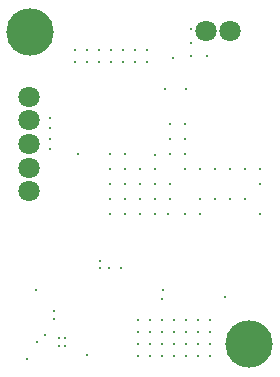
<source format=gbs>
G04 Layer_Color=16711935*
%FSAX25Y25*%
%MOIN*%
G70*
G01*
G75*
%ADD50C,0.07100*%
%ADD51C,0.15800*%
%ADD52C,0.01200*%
D50*
X0396626Y0370500D02*
D03*
X0404500D02*
D03*
X0337500Y0316952D02*
D03*
Y0324852D02*
D03*
Y0332752D02*
D03*
Y0340626D02*
D03*
Y0348500D02*
D03*
D51*
X0411000Y0266000D02*
D03*
X0338000Y0370000D02*
D03*
D52*
X0340000Y0284000D02*
D03*
X0343000Y0269000D02*
D03*
X0340275Y0266643D02*
D03*
X0357000Y0262500D02*
D03*
X0382202Y0284000D02*
D03*
X0382000Y0281000D02*
D03*
X0389500Y0309500D02*
D03*
X0379500Y0329000D02*
D03*
X0414500Y0319500D02*
D03*
X0347500Y0268000D02*
D03*
X0349500D02*
D03*
X0347500Y0265500D02*
D03*
X0349500D02*
D03*
X0346000Y0277000D02*
D03*
Y0274500D02*
D03*
X0336992Y0261000D02*
D03*
X0402760Y0281661D02*
D03*
X0364500Y0329500D02*
D03*
X0369500D02*
D03*
Y0324500D02*
D03*
X0364500D02*
D03*
Y0319500D02*
D03*
X0369500D02*
D03*
Y0314500D02*
D03*
X0364500D02*
D03*
Y0309500D02*
D03*
X0369500D02*
D03*
X0374500D02*
D03*
Y0314500D02*
D03*
Y0319500D02*
D03*
Y0324500D02*
D03*
X0379500D02*
D03*
Y0319500D02*
D03*
Y0314500D02*
D03*
Y0309500D02*
D03*
X0384000D02*
D03*
X0384500Y0314500D02*
D03*
Y0319500D02*
D03*
Y0329500D02*
D03*
X0389500D02*
D03*
Y0334500D02*
D03*
Y0339500D02*
D03*
X0384500D02*
D03*
Y0334500D02*
D03*
X0389500Y0324500D02*
D03*
X0394500Y0314500D02*
D03*
Y0324500D02*
D03*
X0399500D02*
D03*
Y0314500D02*
D03*
X0404500D02*
D03*
X0409500Y0324500D02*
D03*
X0414500D02*
D03*
X0404500D02*
D03*
X0409500Y0314500D02*
D03*
X0414500Y0309500D02*
D03*
X0394500D02*
D03*
X0383012Y0351000D02*
D03*
X0389988D02*
D03*
X0385500Y0361500D02*
D03*
X0391500Y0366500D02*
D03*
Y0362000D02*
D03*
X0397000D02*
D03*
X0391500Y0371000D02*
D03*
X0344500Y0341500D02*
D03*
Y0338000D02*
D03*
Y0334500D02*
D03*
Y0331000D02*
D03*
X0354000Y0329366D02*
D03*
X0374000Y0274000D02*
D03*
X0378000D02*
D03*
X0382000D02*
D03*
X0386000D02*
D03*
X0390000D02*
D03*
X0394000D02*
D03*
X0398000D02*
D03*
Y0270000D02*
D03*
X0394000D02*
D03*
X0390000D02*
D03*
X0386000D02*
D03*
X0382000D02*
D03*
X0378000D02*
D03*
X0374000D02*
D03*
X0398000Y0266000D02*
D03*
X0394000D02*
D03*
X0390000D02*
D03*
X0386000D02*
D03*
X0382000D02*
D03*
X0378000D02*
D03*
X0374000D02*
D03*
X0398000Y0262000D02*
D03*
X0394000D02*
D03*
X0390000D02*
D03*
X0386000D02*
D03*
X0382000D02*
D03*
X0378000D02*
D03*
X0374000D02*
D03*
X0353000Y0360000D02*
D03*
X0357000D02*
D03*
X0361000D02*
D03*
X0365000D02*
D03*
X0369000D02*
D03*
X0373000D02*
D03*
X0377000D02*
D03*
Y0364000D02*
D03*
X0373000D02*
D03*
X0369000D02*
D03*
X0365000D02*
D03*
X0361000D02*
D03*
X0357000D02*
D03*
X0353000D02*
D03*
X0361100Y0293700D02*
D03*
Y0291500D02*
D03*
X0364100D02*
D03*
X0368300D02*
D03*
M02*

</source>
